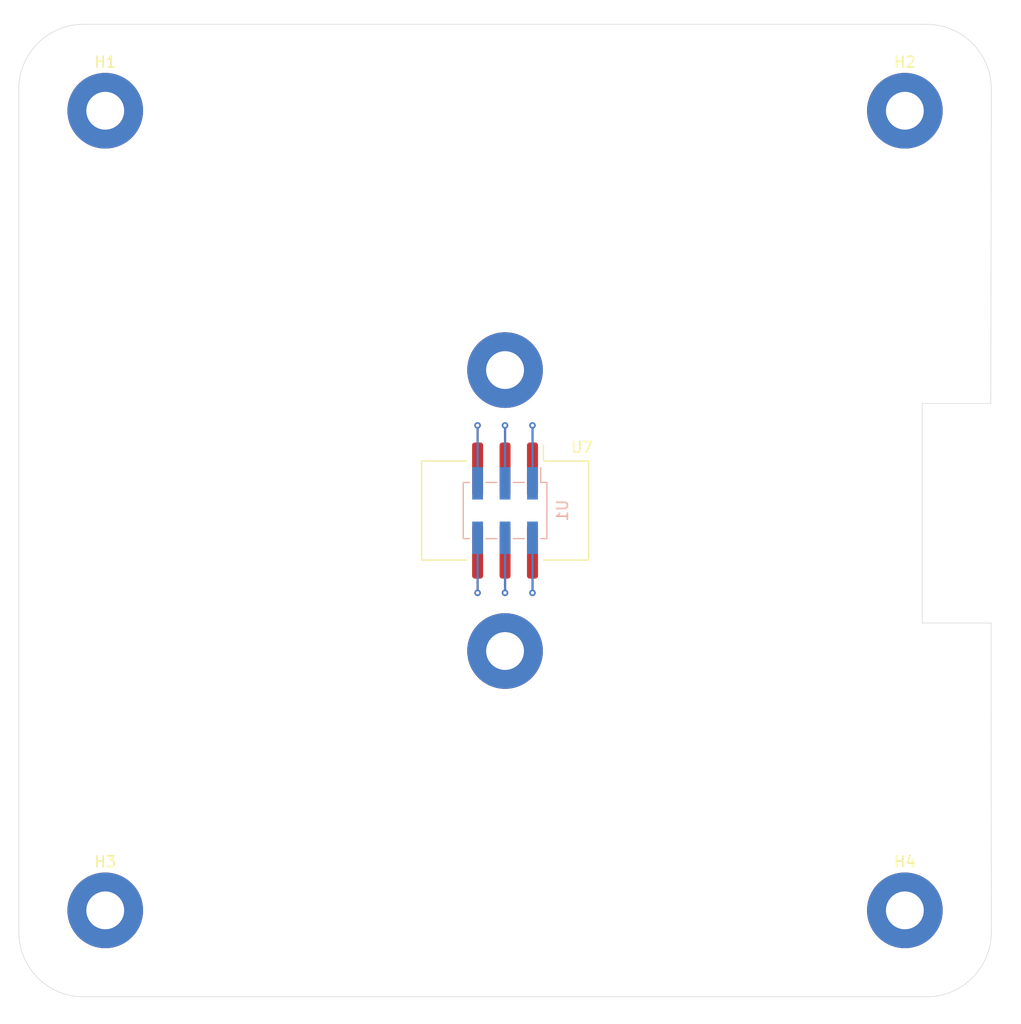
<source format=kicad_pcb>
(kicad_pcb (version 20240108) (generator "pcbnew") (generator_version "8.0")
  (layers (0 "F.Cu" signal) (1 "In1.Cu" signal "GND.Cu") (2 "In2.Cu" signal "Signal.Cu") (3 "In3.Cu" signal "PWR.Cu") (4 "In4.Cu" signal "GND2.Cu") (31 "B.Cu" signal) (34 "B.Paste" user) (35 "F.Paste" user) (36 "B.SilkS" user "B.Silkscreen") (37 "F.SilkS" user "F.Silkscreen") (38 "B.Mask" user) (39 "F.Mask" user) (44 "Edge.Cuts" user))
  (net 0 "")
  (net 1 "GND")
  (net 2 "VCC")
  (net 3 "/SCL")
  (net 4 "/SDA")
  (net 5 "/GPIO2")
  (net 6 "/GPIO1")
  (footprint "MountingHole:MountingHole_3.5mm_Pad_TopBottom" (layer "F.Cu") (at 58 132)
    (property "Reference" "H3" (at 0 -4.5 0) (layer "F.SilkS"))
    (property "Value" "MountingHole_Pad")
    (pad "1" thru_hole circle (at 0 0) (size 3.9 3.9) (drill 3.5) (layers "*.Cu" "*.Mask") (net 1 "GND"))
    (pad "1" connect circle (at 0 0) (size 7 7) (layers "F.Cu" "F.Mask") (net 1 "GND"))
    (pad "1" connect circle (at 0 0) (size 7 7) (layers "B.Cu" "B.Mask") (net 1 "GND"))
  )
  (footprint "MountingHole:MountingHole_3.5mm_Pad_TopBottom" (layer "F.Cu") (at 132 58)
    (property "Reference" "H2" (at 0 -4.5 0) (layer "F.SilkS"))
    (property "Value" "MountingHole_Pad")
    (pad "1" thru_hole circle (at 0 0) (size 3.9 3.9) (drill 3.5) (layers "*.Cu" "*.Mask") (net 1 "GND"))
    (pad "1" connect circle (at 0 0) (size 7 7) (layers "F.Cu" "F.Mask") (net 1 "GND"))
    (pad "1" connect circle (at 0 0) (size 7 7) (layers "B.Cu" "B.Mask") (net 1 "GND"))
  )
  (footprint "MountingHole:MountingHole_3.5mm_Pad_TopBottom" (layer "F.Cu") (at 95 108)
    (property "Reference" "H6" (hide yes))
    (property "Value" "MountingHole_Pad" (hide yes))
    (pad "1" thru_hole circle (at 0 0) (size 3.9 3.9) (drill 3.5) (layers "*.Cu" "*.Mask") (net 1 "GND"))
    (pad "1" connect circle (at 0 0) (size 7 7) (layers "F.Cu" "F.Mask") (net 1 "GND"))
    (pad "1" connect circle (at 0 0) (size 7 7) (layers "B.Cu" "B.Mask") (net 1 "GND"))
  )
  (footprint "MountingHole:MountingHole_3.5mm_Pad_TopBottom" (layer "F.Cu") (at 58 58)
    (property "Reference" "H1" (at 0 -4.5 0) (layer "F.SilkS"))
    (property "Value" "MountingHole_Pad")
    (pad "1" thru_hole circle (at 0 0) (size 3.9 3.9) (drill 3.5) (layers "*.Cu" "*.Mask") (net 1 "GND"))
    (pad "1" connect circle (at 0 0) (size 7 7) (layers "F.Cu" "F.Mask") (net 1 "GND"))
    (pad "1" connect circle (at 0 0) (size 7 7) (layers "B.Cu" "B.Mask") (net 1 "GND"))
  )
  (footprint "Connector_IDC:IDC-Header_2x03_P2.54mm_Vertical_SMD" (layer "F.Cu") (at 95 95 -90)
    (property "Reference" "U7" (at -5.846 -7.108 180) (layer "F.SilkS"))
    (property "Value" "HY2541WV-N-2X3P" (hide yes))
    (fp_line (start -4.585 7.73) (end 4.585 7.73) (stroke (width 0.12)) (layer "F.SilkS"))
    (fp_line (start 4.585 7.73) (end 4.585 3.55) (stroke (width 0.12)) (layer "F.SilkS"))
    (fp_line (start -4.585 3.55) (end -4.585 7.73) (stroke (width 0.12)) (layer "F.SilkS"))
    (fp_line (start -4.585 -3.55) (end -6.085 -3.55) (stroke (width 0.12)) (layer "F.SilkS"))
    (fp_line (start -4.585 -3.55) (end -4.585 -7.73) (stroke (width 0.12)) (layer "F.SilkS"))
    (fp_line (start -4.585 -7.73) (end 4.585 -7.73) (stroke (width 0.12)) (layer "F.SilkS"))
    (fp_line (start 4.585 -7.73) (end 4.585 -3.55) (stroke (width 0.12)) (layer "F.SilkS"))
    (pad "1" smd roundrect (at -3.8 -2.54 270) (size 5 1.02) (layers "F.Cu" "F.Paste" "F.Mask") (net 2 "VCC"))
    (pad "2" smd roundrect (at 3.8 -2.54 270) (size 5 1.02) (layers "F.Cu" "F.Paste" "F.Mask") (net 1 "GND"))
    (pad "3" smd roundrect (at -3.8 0 270) (size 5 1.02) (layers "F.Cu" "F.Paste" "F.Mask") (net 4 "/SDA"))
    (pad "4" smd roundrect (at 3.8 0 270) (size 5 1.02) (layers "F.Cu" "F.Paste" "F.Mask") (net 3 "/SCL"))
    (pad "5" smd roundrect (at -3.8 2.54 270) (size 5 1.02) (layers "F.Cu" "F.Paste" "F.Mask") (net 6 "/GPIO1"))
    (pad "6" smd roundrect (at 3.8 2.54 270) (size 5 1.02) (layers "F.Cu" "F.Paste" "F.Mask") (net 5 "/GPIO2"))
  )
  (footprint "MountingHole:MountingHole_3.5mm_Pad_TopBottom" (layer "F.Cu") (at 95 82)
    (property "Reference" "H5" (hide yes))
    (property "Value" "MountingHole_Pad" (hide yes))
    (pad "1" thru_hole circle (at 0 0) (size 3.9 3.9) (drill 3.5) (layers "*.Cu" "*.Mask") (net 1 "GND"))
    (pad "1" connect circle (at 0 0) (size 7 7) (layers "F.Cu" "F.Mask") (net 1 "GND"))
    (pad "1" connect circle (at 0 0) (size 7 7) (layers "B.Cu" "B.Mask") (net 1 "GND"))
  )
  (footprint "MountingHole:MountingHole_3.5mm_Pad_TopBottom" (layer "F.Cu") (at 132 132)
    (property "Reference" "H4" (at 0 -4.5 0) (layer "F.SilkS"))
    (property "Value" "MountingHole_Pad")
    (pad "1" thru_hole circle (at 0 0) (size 3.9 3.9) (drill 3.5) (layers "*.Cu" "*.Mask") (net 1 "GND"))
    (pad "1" connect circle (at 0 0) (size 7 7) (layers "F.Cu" "F.Mask") (net 1 "GND"))
    (pad "1" connect circle (at 0 0) (size 7 7) (layers "B.Cu" "B.Mask") (net 1 "GND"))
  )
  (footprint "Connector_PinSocket_2.54mm:PinSocket_2x03_P2.54mm_Vertical_SMD" (layer "B.Cu") (at 95 95 90)
    (property "Reference" "U1" (at 0 5.31 90) (layer "B.SilkS") (effects (justify mirror)))
    (property "Value" "HY2541WV-N-2X3P" (hide yes))
    (fp_line (start 2.6 -3.87) (end -2.6 -3.87) (stroke (width 0.12)) (layer "B.SilkS"))
    (fp_line (start 2.6 -3.87) (end 2.6 -3.3) (stroke (width 0.12)) (layer "B.SilkS"))
    (fp_line (start -2.6 -3.87) (end -2.6 -3.3) (stroke (width 0.12)) (layer "B.SilkS"))
    (fp_line (start 2.6 -1.78) (end 2.6 -0.76) (stroke (width 0.12)) (layer "B.SilkS"))
    (fp_line (start -2.6 -1.78) (end -2.6 -0.76) (stroke (width 0.12)) (layer "B.SilkS"))
    (fp_line (start 2.6 0.76) (end 2.6 1.78) (stroke (width 0.12)) (layer "B.SilkS"))
    (fp_line (start -2.6 0.76) (end -2.6 1.78) (stroke (width 0.12)) (layer "B.SilkS"))
    (fp_line (start 3.96 3.3) (end 2.6 3.3) (stroke (width 0.12)) (layer "B.SilkS"))
    (fp_line (start 2.6 3.3) (end 2.6 3.87) (stroke (width 0.12)) (layer "B.SilkS"))
    (fp_line (start -2.6 3.3) (end -2.6 3.87) (stroke (width 0.12)) (layer "B.SilkS"))
    (fp_line (start 2.6 3.87) (end -2.6 3.87) (stroke (width 0.12)) (layer "B.SilkS"))
    (pad "1" smd rect (at 2.52 2.54 90) (size 3 1) (layers "B.Cu" "B.Paste" "B.Mask") (net 2 "VCC"))
    (pad "2" smd rect (at -2.52 2.54 90) (size 3 1) (layers "B.Cu" "B.Paste" "B.Mask") (net 1 "GND"))
    (pad "3" smd rect (at 2.52 0 90) (size 3 1) (layers "B.Cu" "B.Paste" "B.Mask") (net 4 "/SDA"))
    (pad "4" smd rect (at -2.52 0 90) (size 3 1) (layers "B.Cu" "B.Paste" "B.Mask") (net 3 "/SCL"))
    (pad "5" smd rect (at 2.52 -2.54 90) (size 3 1) (layers "B.Cu" "B.Paste" "B.Mask") (net 6 "/GPIO1"))
    (pad "6" smd rect (at -2.52 -2.54 90) (size 3 1) (layers "B.Cu" "B.Paste" "B.Mask") (net 5 "/GPIO2"))
  )
  (gr_line (start 139.978888 105.41) (end 140 134) (stroke (width 0.05)) (layer "Edge.Cuts"))
  (gr_line (start 139.954 85.09) (end 133.604 85.09) (stroke (width 0.05)) (layer "Edge.Cuts"))
  (gr_arc (start 50 56) (mid 51.757359 51.757359) (end 56 50) (stroke (width 0.05)) (layer "Edge.Cuts"))
  (gr_arc (start 56 140) (mid 51.757359 138.242641) (end 50 134) (stroke (width 0.05)) (layer "Edge.Cuts"))
  (gr_line (start 139.954 85.09) (end 140 56) (stroke (width 0.05)) (layer "Edge.Cuts"))
  (gr_line (start 133.604 85.09) (end 133.604 105.41) (stroke (width 0.05)) (layer "Edge.Cuts"))
  (gr_arc (start 140 134) (mid 138.242641 138.242641) (end 134 140) (stroke (width 0.05)) (layer "Edge.Cuts"))
  (gr_line (start 50 134) (end 50 56) (stroke (width 0.05)) (layer "Edge.Cuts"))
  (gr_line (start 56 50) (end 134 50) (stroke (width 0.05)) (layer "Edge.Cuts"))
  (gr_line (start 133.604 105.41) (end 139.978888 105.41) (stroke (width 0.05)) (layer "Edge.Cuts"))
  (gr_line (start 134 140) (end 56 140) (stroke (width 0.05)) (layer "Edge.Cuts"))
  (gr_arc (start 134 50) (mid 138.242641 51.757359) (end 140 56) (stroke (width 0.05)) (layer "Edge.Cuts"))
  (segment (start 97.536 102.616) (end 97.54 102.612) (width 0.2) (layer "F.Cu") (net 1))
  (segment (start 97.54 102.612) (end 97.54 98.8) (width 0.2) (layer "F.Cu") (net 1))
  (via (at 97.536 102.616) (size 0.6) (drill 0.3) (layers "F.Cu" "B.Cu") (net 1))
  (segment (start 97.54 102.358) (end 97.54 97.52) (width 0.2) (layer "B.Cu") (net 1))
  (segment (start 97.536 102.616) (end 97.536 102.362) (width 0.2) (layer "B.Cu") (net 1))
  (segment (start 97.536 102.362) (end 97.54 102.358) (width 0.2) (layer "B.Cu") (net 1))
  (segment (start 97.54 91.2) (end 97.54 87.126) (width 0.2) (layer "F.Cu") (net 2))
  (segment (start 97.54 87.126) (end 97.536 87.122) (width 0.2) (layer "F.Cu") (net 2))
  (via (at 97.536 87.122) (size 0.6) (drill 0.3) (layers "F.Cu" "B.Cu") (net 2))
  (segment (start 97.54 92.48) (end 97.54 87.126) (width 0.2) (layer "B.Cu") (net 2))
  (segment (start 97.54 87.126) (end 97.536 87.122) (width 0.2) (layer "B.Cu") (net 2))
  (segment (start 94.996 102.362) (end 95 102.358) (width 0.2) (layer "F.Cu") (net 3))
  (segment (start 94.996 102.616) (end 94.996 102.362) (width 0.2) (layer "F.Cu") (net 3))
  (segment (start 95 102.358) (end 95 98.8) (width 0.2) (layer "F.Cu") (net 3))
  (via (at 94.996 102.616) (size 0.6) (drill 0.3) (layers "F.Cu" "B.Cu") (net 3))
  (segment (start 95 102.612) (end 95 97.52) (width 0.2) (layer "B.Cu") (net 3))
  (segment (start 94.996 102.616) (end 95 102.612) (width 0.2) (layer "B.Cu") (net 3))
  (segment (start 95 91.2) (end 95 87.126) (width 0.2) (layer "F.Cu") (net 4))
  (segment (start 95 87.126) (end 94.996 87.122) (width 0.2) (layer "F.Cu") (net 4))
  (via (at 94.996 87.122) (size 0.6) (drill 0.3) (layers "F.Cu" "B.Cu") (net 4))
  (segment (start 95 92.48) (end 95 87.126) (width 0.2) (layer "B.Cu") (net 4))
  (segment (start 95 87.126) (end 94.996 87.122) (width 0.2) (layer "B.Cu") (net 4))
  (segment (start 92.456 102.362) (end 92.46 102.358) (width 0.2) (layer "F.Cu") (net 5))
  (segment (start 92.46 102.358) (end 92.46 98.8) (width 0.2) (layer "F.Cu") (net 5))
  (segment (start 92.456 102.616) (end 92.456 102.362) (width 0.2) (layer "F.Cu") (net 5))
  (via (at 92.456 102.616) (size 0.6) (drill 0.3) (layers "F.Cu" "B.Cu") (net 5))
  (segment (start 92.46 102.612) (end 92.46 97.52) (width 0.2) (layer "B.Cu") (net 5))
  (segment (start 92.456 102.616) (end 92.46 102.612) (width 0.2) (layer "B.Cu") (net 5))
  (segment (start 92.46 87.126) (end 92.456 87.122) (width 0.2) (layer "F.Cu") (net 6))
  (segment (start 92.46 91.2) (end 92.46 87.126) (width 0.2) (layer "F.Cu") (net 6))
  (via (at 92.456 87.122) (size 0.6) (drill 0.3) (layers "F.Cu" "B.Cu") (net 6))
  (segment (start 92.46 87.126) (end 92.456 87.122) (width 0.2) (layer "B.Cu") (net 6))
  (segment (start 92.46 92.48) (end 92.46 87.126) (width 0.2) (layer "B.Cu") (net 6))
)
</source>
